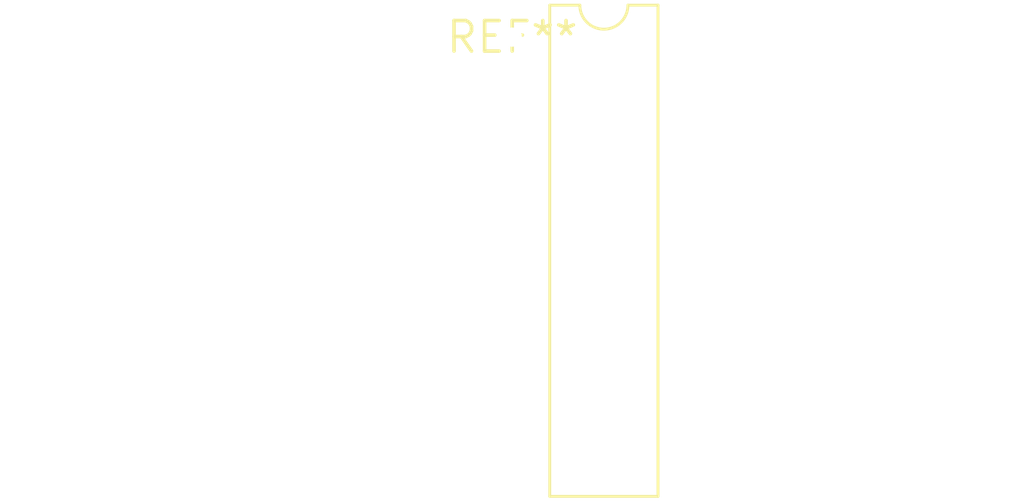
<source format=kicad_pcb>
(kicad_pcb (version 20240108) (generator pcbnew)
  (layers (0 "F.Cu" signal) (31 "B.Cu" signal) (34 "B.Paste" user) (35 "F.Paste" user) (36 "B.SilkS" user "B.Silkscreen") (37 "F.SilkS" user "F.Silkscreen") (38 "B.Mask" user) (39 "F.Mask" user) (44 "Edge.Cuts" user))
  (net 0 "")
  (footprint "CERDIP-16_W7.62mm_SideBrazed_LongPads" (layer "F.Cu") (at 0 0)
    (property "Reference" "REF**")
    (property "Value" "CERDIP-16_W7.62mm_SideBrazed_LongPads")
    (fp_line (start 1.56 -1.33) (end 1.56 19.11) (layer "F.SilkS") (stroke (width 0.12)))
    (fp_line (start 1.56 19.11) (end 6.06 19.11) (layer "F.SilkS") (stroke (width 0.12)))
    (fp_line (start 2.81 -1.33) (end 1.56 -1.33) (layer "F.SilkS") (stroke (width 0.12)))
    (fp_line (start 6.06 -1.33) (end 4.81 -1.33) (layer "F.SilkS") (stroke (width 0.12)))
    (fp_line (start 6.06 19.11) (end 6.06 -1.33) (layer "F.SilkS") (stroke (width 0.12)))
    (fp_arc (start 4.81 -1.33) (mid 3.81 -0.33) (end 2.81 -1.33) (layer "F.SilkS") (stroke (width 0.12)))
    (pad "1" thru_hole rect (at 0 0) (size 2.4 1.6) (drill 0.8) (layers *.Cu *.Mask) (remove_unused_layers))
    (pad "2" thru_hole oval (at 0 2.54) (size 2.4 1.6) (drill 0.8) (layers *.Cu *.Mask) (remove_unused_layers))
    (pad "3" thru_hole oval (at 0 5.08) (size 2.4 1.6) (drill 0.8) (layers *.Cu *.Mask) (remove_unused_layers))
    (pad "4" thru_hole oval (at 0 7.62) (size 2.4 1.6) (drill 0.8) (layers *.Cu *.Mask) (remove_unused_layers))
    (pad "5" thru_hole oval (at 0 10.16) (size 2.4 1.6) (drill 0.8) (layers *.Cu *.Mask) (remove_unused_layers))
    (pad "6" thru_hole oval (at 0 12.7) (size 2.4 1.6) (drill 0.8) (layers *.Cu *.Mask) (remove_unused_layers))
    (pad "7" thru_hole oval (at 0 15.24) (size 2.4 1.6) (drill 0.8) (layers *.Cu *.Mask) (remove_unused_layers))
    (pad "8" thru_hole oval (at 0 17.78) (size 2.4 1.6) (drill 0.8) (layers *.Cu *.Mask) (remove_unused_layers))
    (pad "9" thru_hole oval (at 7.62 17.78) (size 2.4 1.6) (drill 0.8) (layers *.Cu *.Mask) (remove_unused_layers))
    (pad "10" thru_hole oval (at 7.62 15.24) (size 2.4 1.6) (drill 0.8) (layers *.Cu *.Mask) (remove_unused_layers))
    (pad "11" thru_hole oval (at 7.62 12.7) (size 2.4 1.6) (drill 0.8) (layers *.Cu *.Mask) (remove_unused_layers))
    (pad "12" thru_hole oval (at 7.62 10.16) (size 2.4 1.6) (drill 0.8) (layers *.Cu *.Mask) (remove_unused_layers))
    (pad "13" thru_hole oval (at 7.62 7.62) (size 2.4 1.6) (drill 0.8) (layers *.Cu *.Mask) (remove_unused_layers))
    (pad "14" thru_hole oval (at 7.62 5.08) (size 2.4 1.6) (drill 0.8) (layers *.Cu *.Mask) (remove_unused_layers))
    (pad "15" thru_hole oval (at 7.62 2.54) (size 2.4 1.6) (drill 0.8) (layers *.Cu *.Mask) (remove_unused_layers))
    (pad "16" thru_hole oval (at 7.62 0) (size 2.4 1.6) (drill 0.8) (layers *.Cu *.Mask) (remove_unused_layers))
  )
)
</source>
